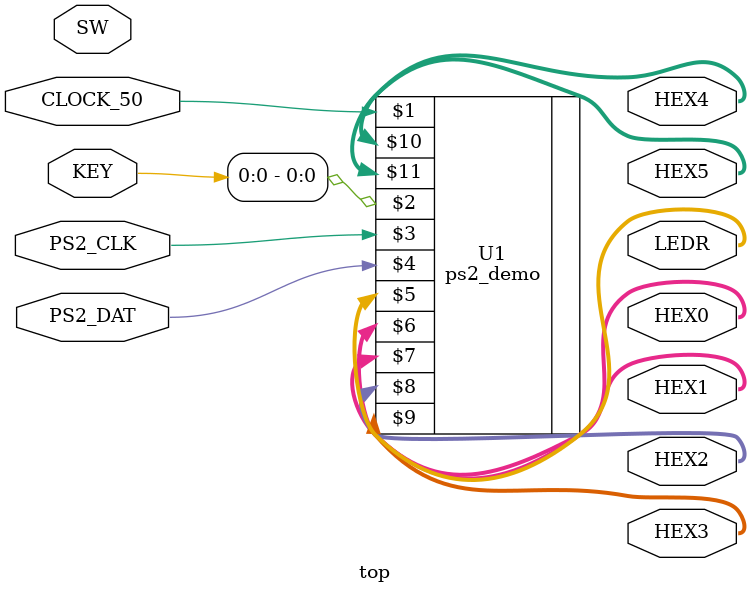
<source format=v>

`default_nettype none

module top (CLOCK_50, SW, KEY, HEX0, HEX1, HEX2, HEX3, HEX4, HEX5, LEDR, PS2_CLK, PS2_DAT);
    input wire CLOCK_50;        // DE-series 50 MHz clock signal
    input wire [9:0] SW;        // DE-series switches
    input wire [3:0] KEY;       // DE-series pushbuttons

    output wire [6:0] HEX0;     // DE-series HEX displays
    output wire [6:0] HEX1;
    output wire [6:0] HEX2;
    output wire [6:0] HEX3;
    output wire [6:0] HEX4;
    output wire [6:0] HEX5;

    output wire [9:0] LEDR;     // DE-series LEDs 

    inout  wire PS2_CLK;        // DE-series PS/2 Clock
    inout  wire PS2_DAT;        // DE-series PS/2 Data

    ps2_demo U1 (CLOCK_50, KEY[0], PS2_CLK, PS2_DAT, LEDR, HEX0, HEX1, HEX2, HEX3, HEX4, HEX5);

endmodule


</source>
